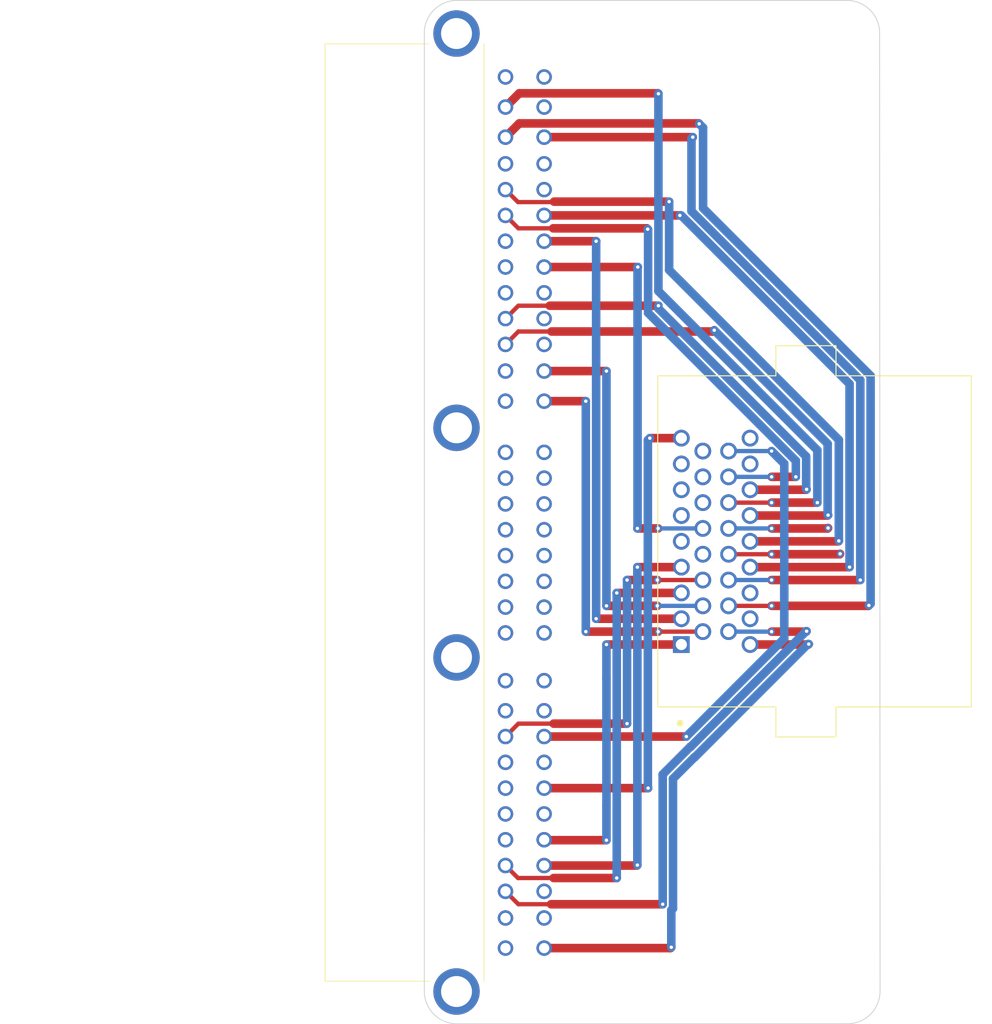
<source format=kicad_pcb>
(kicad_pcb (version 20211014) (generator pcbnew)
  (layers (0 "F.Cu" signal) (31 "B.Cu" signal) (34 "B.Paste" user) (35 "F.Paste" user) (36 "B.SilkS" user "B.Silkscreen") (37 "F.SilkS" user "F.Silkscreen") (38 "B.Mask" user) (39 "F.Mask" user) (44 "Edge.Cuts" user))
  (net 0 "")
  (net 45 "/AC_OUT")
  (net 46 "/O2")
  (net 47 "/IGN1")
  (net 48 "/IGN2")
  (net 49 "/IGN3")
  (net 50 "/IGN4")
  (net 51 "/5VREF")
  (net 52 "/GND")
  (net 53 "/SGND")
  (net 54 "/DPI1")
  (net 55 "/TPS")
  (net 56 "/MAP")
  (net 57 "/CANH")
  (net 58 "/CANL")
  (net 59 "/DPO1")
  (net 60 "/INJ2")
  (net 61 "/INJ3")
  (net 62 "/INJ4")
  (net 63 "/DPO3")
  (net 64 "/FUELP")
  (net 65 "/12V")
  (net 66 "/IAT")
  (net 67 "/CLT")
  (net 68 "/TRIGGER+")
  (net 69 "/HOME+")
  (net 70 "/TRIGGER-")
  (net 71 "/HOME-")
  (net 72 "/TACH")
  (net 73 "/INJ1_3")
  (net 74 "Net-(J2-Pad2Y)")
  (net 75 "Net-(J2-Pad2Z)")
  (net 76 "/FAN")
  (footprint "Connector_TEConnectivity:174518-7" (layer "F.Cu") (at 27.45 72.8 90)
    (fp_text reference "J2" hide)
    (fp_text value "Conn_02x32_Odd_Even" hide)
    (fp_line (start 54.85 -1.9) (end 54.85 -14) (layer "F.SilkS") (width 0.1))
    (fp_line (start -54.15 -1.9) (end -54.15 -14) (layer "F.SilkS") (width 0.1))
    (fp_line (start -54.15 -14) (end 54.85 -14) (layer "F.SilkS") (width 0.1))
    (fp_line (start 54.85 4.5) (end -54.15 4.5) (layer "F.SilkS") (width 0.1))
    (pad "1A" thru_hole circle (at -50.3 7 180) (size 1.8 1.8) (drill 1.2) (layers *.Cu *.Mask))
    (pad "1B" thru_hole circle (at -50.3 11.5 180) (size 1.8 1.8) (drill 1.2) (layers *.Cu *.Mask) (net 65 "/12V"))
    (pad "1C" thru_hole circle (at -46.8 7 180) (size 1.8 1.8) (drill 1.2) (layers *.Cu *.Mask))
    (pad "1D" thru_hole circle (at -46.8 11.5 180) (size 1.8 1.8) (drill 1.2) (layers *.Cu *.Mask))
    (pad "1E" thru_hole circle (at -43.7 7 180) (size 1.8 1.8) (drill 1.2) (layers *.Cu *.Mask) (net 59 "/DPO1"))
    (pad "1F" thru_hole circle (at -43.7 11.5 180) (size 1.8 1.8) (drill 1.2) (layers *.Cu *.Mask))
    (pad "1G" thru_hole circle (at -40.7 7 180) (size 1.8 1.8) (drill 1.2) (layers *.Cu *.Mask) (net 47 "/IGN1"))
    (pad "1H" thru_hole circle (at -40.7 11.5 180) (size 1.8 1.8) (drill 1.2) (layers *.Cu *.Mask) (net 48 "/IGN2"))
    (pad "1I" thru_hole circle (at -37.7 7 180) (size 1.8 1.8) (drill 1.2) (layers *.Cu *.Mask))
    (pad "1J" thru_hole circle (at -37.7 11.5 180) (size 1.8 1.8) (drill 1.2) (layers *.Cu *.Mask) (net 45 "/AC_OUT"))
    (pad "1K" thru_hole circle (at -34.7 7 180) (size 1.8 1.8) (drill 1.2) (layers *.Cu *.Mask))
    (pad "1L" thru_hole circle (at -34.7 11.5 180) (size 1.8 1.8) (drill 1.2) (layers *.Cu *.Mask))
    (pad "1M" thru_hole circle (at -31.7 7 180) (size 1.8 1.8) (drill 1.2) (layers *.Cu *.Mask))
    (pad "1N" thru_hole circle (at -31.7 11.5 180) (size 1.8 1.8) (drill 1.2) (layers *.Cu *.Mask) (net 51 "/5VREF"))
    (pad "1O" thru_hole circle (at -28.7 7 180) (size 1.8 1.8) (drill 1.2) (layers *.Cu *.Mask))
    (pad "1P" thru_hole circle (at -28.7 11.5 180) (size 1.8 1.8) (drill 1.2) (layers *.Cu *.Mask))
    (pad "1Q" thru_hole circle (at -25.7 7 180) (size 1.8 1.8) (drill 1.2) (layers *.Cu *.Mask) (net 54 "/DPI1"))
    (pad "1R" thru_hole circle (at -25.7 11.5 180) (size 1.8 1.8) (drill 1.2) (layers *.Cu *.Mask) (net 76 "/FAN"))
    (pad "1S" thru_hole circle (at -22.7 7 180) (size 1.8 1.8) (drill 1.2) (layers *.Cu *.Mask))
    (pad "1T" thru_hole circle (at -22.7 11.5 180) (size 1.8 1.8) (drill 1.2) (layers *.Cu *.Mask))
    (pad "1U" thru_hole circle (at -19.2 7 180) (size 1.8 1.8) (drill 1.2) (layers *.Cu *.Mask))
    (pad "1V" thru_hole circle (at -19.2 11.5 180) (size 1.8 1.8) (drill 1.2) (layers *.Cu *.Mask))
    (pad "2A" thru_hole circle (at 13.3 7 180) (size 1.8 1.8) (drill 1.2) (layers *.Cu *.Mask) (net 52 "/GND"))
    (pad "2B" thru_hole circle (at 13.3 11.5 180) (size 1.8 1.8) (drill 1.2) (layers *.Cu *.Mask) (net 52 "/GND"))
    (pad "2C" thru_hole circle (at 16.8 7 180) (size 1.8 1.8) (drill 1.2) (layers *.Cu *.Mask) (net 53 "/SGND"))
    (pad "2D" thru_hole circle (at 16.8 11.5 180) (size 1.8 1.8) (drill 1.2) (layers *.Cu *.Mask) (net 53 "/SGND"))
    (pad "2E" thru_hole circle (at 19.9 7 180) (size 1.8 1.8) (drill 1.2) (layers *.Cu *.Mask) (net 68 "/TRIGGER+"))
    (pad "2F" thru_hole circle (at 19.9 11.5 180) (size 1.8 1.8) (drill 1.2) (layers *.Cu *.Mask))
    (pad "2G" thru_hole circle (at 22.9 7 180) (size 1.8 1.8) (drill 1.2) (layers *.Cu *.Mask) (net 69 "/HOME+"))
    (pad "2H" thru_hole circle (at 22.9 11.5 180) (size 1.8 1.8) (drill 1.2) (layers *.Cu *.Mask))
    (pad "2I" thru_hole circle (at 25.9 7 180) (size 1.8 1.8) (drill 1.2) (layers *.Cu *.Mask) (net 72 "/TACH"))
    (pad "2J" thru_hole circle (at 25.9 11.5 180) (size 1.8 1.8) (drill 1.2) (layers *.Cu *.Mask))
    (pad "2K" thru_hole circle (at 28.9 7 180) (size 1.8 1.8) (drill 1.2) (layers *.Cu *.Mask))
    (pad "2L" thru_hole circle (at 28.9 11.5 180) (size 1.8 1.8) (drill 1.2) (layers *.Cu *.Mask) (net 55 "/TPS"))
    (pad "2M" thru_hole circle (at 31.9 7 180) (size 1.8 1.8) (drill 1.2) (layers *.Cu *.Mask))
    (pad "2N" thru_hole circle (at 31.9 11.5 180) (size 1.8 1.8) (drill 1.2) (layers *.Cu *.Mask) (net 46 "/O2"))
    (pad "2O" thru_hole circle (at 34.9 7 180) (size 1.8 1.8) (drill 1.2) (layers *.Cu *.Mask) (net 64 "/FUELP"))
    (pad "2P" thru_hole circle (at 34.9 11.5 180) (size 1.8 1.8) (drill 1.2) (layers *.Cu *.Mask) (net 66 "/IAT"))
    (pad "2Q" thru_hole circle (at 37.9 7 180) (size 1.8 1.8) (drill 1.2) (layers *.Cu *.Mask) (net 67 "/CLT"))
    (pad "2R" thru_hole circle (at 37.9 11.5 180) (size 1.8 1.8) (drill 1.2) (layers *.Cu *.Mask))
    (pad "2S" thru_hole circle (at 40.9 7 180) (size 1.8 1.8) (drill 1.2) (layers *.Cu *.Mask))
    (pad "2T" thru_hole circle (at 40.9 11.5 180) (size 1.8 1.8) (drill 1.2) (layers *.Cu *.Mask))
    (pad "2U" thru_hole circle (at 44 7 180) (size 1.8 1.8) (drill 1.2) (layers *.Cu *.Mask) (net 73 "/INJ1_3"))
    (pad "2V" thru_hole circle (at 44 11.5 180) (size 1.8 1.8) (drill 1.2) (layers *.Cu *.Mask) (net 60 "/INJ2"))
    (pad "2W" thru_hole circle (at 47.5 7 180) (size 1.8 1.8) (drill 1.2) (layers *.Cu *.Mask) (net 63 "/DPO3"))
    (pad "2X" thru_hole circle (at 47.5 11.5 180) (size 1.8 1.8) (drill 1.2) (layers *.Cu *.Mask))
    (pad "2Y" thru_hole circle (at 51 11.5 180) (size 1.8 1.8) (drill 1.2) (layers *.Cu *.Mask) (net 74 "Net-(J2-Pad2Y)"))
    (pad "2Z" thru_hole circle (at 51 7 180) (size 1.8 1.8) (drill 1.2) (layers *.Cu *.Mask) (net 75 "Net-(J2-Pad2Z)"))
    (pad "3A" thru_hole circle (at -13.65 7 180) (size 1.8 1.8) (drill 1.2) (layers *.Cu *.Mask))
    (pad "3B" thru_hole circle (at -13.65 11.5 180) (size 1.8 1.8) (drill 1.2) (layers *.Cu *.Mask))
    (pad "3C" thru_hole circle (at -10.65 7 180) (size 1.8 1.8) (drill 1.2) (layers *.Cu *.Mask))
    (pad "3D" thru_hole circle (at -10.65 11.5 180) (size 1.8 1.8) (drill 1.2) (layers *.Cu *.Mask))
    (pad "3E" thru_hole circle (at -7.65 7 180) (size 1.8 1.8) (drill 1.2) (layers *.Cu *.Mask))
    (pad "3F" thru_hole circle (at -7.65 11.5 180) (size 1.8 1.8) (drill 1.2) (layers *.Cu *.Mask))
    (pad "3G" thru_hole circle (at -4.65 7 180) (size 1.8 1.8) (drill 1.2) (layers *.Cu *.Mask))
    (pad "3H" thru_hole circle (at -4.65 11.5 180) (size 1.8 1.8) (drill 1.2) (layers *.Cu *.Mask))
    (pad "3I" thru_hole circle (at -1.65 7 180) (size 1.8 1.8) (drill 1.2) (layers *.Cu *.Mask))
    (pad "3J" thru_hole circle (at -1.65 11.5 180) (size 1.8 1.8) (drill 1.2) (layers *.Cu *.Mask))
    (pad "3K" thru_hole circle (at 1.35 7 180) (size 1.8 1.8) (drill 1.2) (layers *.Cu *.Mask))
    (pad "3L" thru_hole circle (at 1.35 11.5 180) (size 1.8 1.8) (drill 1.2) (layers *.Cu *.Mask))
    (pad "3M" thru_hole circle (at 4.35 7 180) (size 1.8 1.8) (drill 1.2) (layers *.Cu *.Mask))
    (pad "3N" thru_hole circle (at 4.35 11.5 180) (size 1.8 1.8) (drill 1.2) (layers *.Cu *.Mask))
    (pad "3O" thru_hole circle (at 7.35 7 180) (size 1.8 1.8) (drill 1.2) (layers *.Cu *.Mask))
    (pad "3P" thru_hole circle (at 7.35 11.5 180) (size 1.8 1.8) (drill 1.2) (layers *.Cu *.Mask))
    (pad "MH1" thru_hole circle (at -55.35 1.3 180) (size 5.4 5.4) (drill 3.6) (layers *.Cu *.Mask))
    (pad "MH2" thru_hole circle (at -16.5 1.3 180) (size 5.4 5.4) (drill 3.6) (layers *.Cu *.Mask))
    (pad "MH3" thru_hole circle (at 10.2 1.3 180) (size 5.4 5.4) (drill 3.6) (layers *.Cu *.Mask))
    (pad "MH4" thru_hole circle (at 56.05 1.3 180) (size 5.4 5.4) (drill 3.6) (layers *.Cu *.Mask))
  )
  (footprint "Connector_TEConnectivity:6437288-1" (layer "F.Cu") (at 58.921469 75.8 90)
    (fp_text reference "J1" hide)
    (fp_text value "6437288-1")
    (fp_line (start 19.25 -6.75) (end -19.25 -6.75) (layer "F.SilkS") (width 0.127))
    (fp_line (start -19.2526 -6.74756) (end -19.2526 7) (layer "F.SilkS") (width 0.127))
    (fp_line (start -22.75 7) (end -22.75 14) (layer "F.SilkS") (width 0.127))
    (fp_line (start 22.75 7) (end 19.25 7) (layer "F.SilkS") (width 0.127))
    (fp_line (start -19.25 29.75) (end 19.25 29.75) (layer "F.SilkS") (width 0.127))
    (fp_line (start 19.25 14) (end 22.75 14) (layer "F.SilkS") (width 0.127))
    (fp_line (start 19.25 7) (end 19.25 -6.75) (layer "F.SilkS") (width 0.127))
    (fp_line (start -19.2526 7) (end -22.75 7) (layer "F.SilkS") (width 0.127))
    (fp_line (start 19.25 29.75) (end 19.25 14) (layer "F.SilkS") (width 0.127))
    (fp_line (start 22.75 14) (end 22.75 7) (layer "F.SilkS") (width 0.127))
    (fp_line (start -19.25 14) (end -19.25 29.75) (layer "F.SilkS") (width 0.127))
    (fp_line (start -22.75 14) (end -19.25 14) (layer "F.SilkS") (width 0.127))
    (fp_circle (center -21.1545 -4.148) (end -20.9545 -4.148) (layer "F.SilkS") (width 0.4) (fill none))
    (pad "" np_thru_hole circle (at -19.25 10.5 90) (size 3.3 3.3) (drill 3.3) (layers *.Cu *.Mask))
    (pad "" np_thru_hole circle (at 19.25 10.5 90) (size 3.3 3.3) (drill 3.3) (layers *.Cu *.Mask))
    (pad "1" thru_hole rect (at -12 -4 90) (size 1.95 1.95) (drill 1.3) (layers *.Cu *.Mask) (net 45 "/AC_OUT"))
    (pad "2" thru_hole circle (at -9 -4 90) (size 1.95 1.95) (drill 1.3) (layers *.Cu *.Mask) (net 46 "/O2"))
    (pad "3" thru_hole circle (at -6 -4 90) (size 1.95 1.95) (drill 1.3) (layers *.Cu *.Mask) (net 47 "/IGN1"))
    (pad "4" thru_hole circle (at -3 -4 90) (size 1.95 1.95) (drill 1.3) (layers *.Cu *.Mask) (net 48 "/IGN2"))
    (pad "5" thru_hole circle (at 0 -4 90) (size 1.95 1.95) (drill 1.3) (layers *.Cu *.Mask) (net 49 "/IGN3"))
    (pad "6" thru_hole circle (at 3 -4 90) (size 1.95 1.95) (drill 1.3) (layers *.Cu *.Mask) (net 50 "/IGN4"))
    (pad "7" thru_hole circle (at 6 -4 90) (size 1.95 1.95) (drill 1.3) (layers *.Cu *.Mask))
    (pad "8" thru_hole circle (at 9 -4 90) (size 1.95 1.95) (drill 1.3) (layers *.Cu *.Mask))
    (pad "9" thru_hole circle (at 12 -4 90) (size 1.95 1.95) (drill 1.3) (layers *.Cu *.Mask) (net 51 "/5VREF"))
    (pad "10" thru_hole circle (at -10.5 -1.5 90) (size 1.95 1.95) (drill 1.3) (layers *.Cu *.Mask) (net 52 "/GND"))
    (pad "11" thru_hole circle (at -7.5 -1.5 90) (size 1.95 1.95) (drill 1.3) (layers *.Cu *.Mask) (net 53 "/SGND"))
    (pad "12" thru_hole circle (at -4.5 -1.5 90) (size 1.95 1.95) (drill 1.3) (layers *.Cu *.Mask) (net 54 "/DPI1"))
    (pad "13" thru_hole circle (at -1.5 -1.5 90) (size 1.95 1.95) (drill 1.3) (layers *.Cu *.Mask))
    (pad "14" thru_hole circle (at 1.5 -1.5 90) (size 1.95 1.95) (drill 1.3) (layers *.Cu *.Mask) (net 55 "/TPS"))
    (pad "15" thru_hole circle (at 4.5 -1.5 90) (size 1.95 1.95) (drill 1.3) (layers *.Cu *.Mask) (net 56 "/MAP"))
    (pad "16" thru_hole circle (at 7.5 -1.5 90) (size 1.95 1.95) (drill 1.3) (layers *.Cu *.Mask) (net 57 "/CANH"))
    (pad "17" thru_hole circle (at 10.5 -1.5 90) (size 1.95 1.95) (drill 1.3) (layers *.Cu *.Mask) (net 58 "/CANL"))
    (pad "18" thru_hole circle (at -10.5 1.5 90) (size 1.95 1.95) (drill 1.3) (layers *.Cu *.Mask) (net 59 "/DPO1"))
    (pad "19" thru_hole circle (at -7.5 1.5 90) (size 1.95 1.95) (drill 1.3) (layers *.Cu *.Mask) (net 73 "/INJ1_3"))
    (pad "20" thru_hole circle (at -4.5 1.5 90) (size 1.95 1.95) (drill 1.3) (layers *.Cu *.Mask) (net 60 "/INJ2"))
    (pad "21" thru_hole circle (at -1.5 1.5 90) (size 1.95 1.95) (drill 1.3) (layers *.Cu *.Mask) (net 61 "/INJ3"))
    (pad "22" thru_hole circle (at 1.5 1.5 90) (size 1.95 1.95) (drill 1.3) (layers *.Cu *.Mask) (net 62 "/INJ4"))
    (pad "23" thru_hole circle (at 4.5 1.5 90) (size 1.95 1.95) (drill 1.3) (layers *.Cu *.Mask) (net 63 "/DPO3"))
    (pad "24" thru_hole circle (at 7.5 1.5 90) (size 1.95 1.95) (drill 1.3) (layers *.Cu *.Mask) (net 64 "/FUELP"))
    (pad "25" thru_hole circle (at 10.5 1.5 90) (size 1.95 1.95) (drill 1.3) (layers *.Cu *.Mask) (net 76 "/FAN"))
    (pad "26" thru_hole circle (at -12 4 90) (size 1.95 1.95) (drill 1.3) (layers *.Cu *.Mask) (net 65 "/12V"))
    (pad "27" thru_hole circle (at -9 4 90) (size 1.95 1.95) (drill 1.3) (layers *.Cu *.Mask))
    (pad "28" thru_hole circle (at -6 4 90) (size 1.95 1.95) (drill 1.3) (layers *.Cu *.Mask))
    (pad "29" thru_hole circle (at -3 4 90) (size 1.95 1.95) (drill 1.3) (layers *.Cu *.Mask) (net 66 "/IAT"))
    (pad "30" thru_hole circle (at 0 4 90) (size 1.95 1.95) (drill 1.3) (layers *.Cu *.Mask) (net 67 "/CLT"))
    (pad "31" thru_hole circle (at 3 4 90) (size 1.95 1.95) (drill 1.3) (layers *.Cu *.Mask) (net 68 "/TRIGGER+"))
    (pad "32" thru_hole circle (at 6 4 90) (size 1.95 1.95) (drill 1.3) (layers *.Cu *.Mask) (net 69 "/HOME+"))
    (pad "33" thru_hole circle (at 9 4 90) (size 1.95 1.95) (drill 1.3) (layers *.Cu *.Mask) (net 70 "/TRIGGER-"))
    (pad "34" thru_hole circle (at 12 4 90) (size 1.95 1.95) (drill 1.3) (layers *.Cu *.Mask) (net 71 "/HOME-"))
  )
  (gr_line (start 28.8 12.9) (end 74.2 12.9) (layer "Edge.Cuts") (width 0.1))
  (gr_line (start 25 16.7) (end 24.998685 128.1) (layer "Edge.Cuts") (width 0.1))
  (gr_arc (start 28.9 131.899999) (mid 26.147656 130.823061) (end 24.998685 128.1) (layer "Edge.Cuts") (width 0.1))
  (gr_arc (start 25 16.7) (mid 26.112994 14.012994) (end 28.8 12.9) (layer "Edge.Cuts") (width 0.1))
  (gr_line (start 78 16.7) (end 78.05 128.100001) (layer "Edge.Cuts") (width 0.1))
  (gr_arc (start 74.2 12.9) (mid 76.887006 14.012994) (end 78 16.7) (layer "Edge.Cuts") (width 0.1))
  (gr_line (start 28.9 131.899999) (end 74.25 131.9) (layer "Edge.Cuts") (width 0.1))
  (gr_arc (start 78.05 128.100001) (mid 76.937006 130.787006) (end 74.25 131.9) (layer "Edge.Cuts") (width 0.1))
  (segment (start 54.921469 87.8) (end 46.2 87.8) (width 1) (layer "F.Cu") (net 45))
  (segment (start 38.95 110.5) (end 39 110.55) (width 1) (layer "F.Cu") (net 45))
  (segment (start 39 110.55) (end 46.2 110.55) (width 1) (layer "F.Cu") (net 45))
  (via (at 46.2 110.55) (size 0.8) (drill 0.4) (layers "F.Cu" "B.Cu") (net 45))
  (via (at 46.2 87.8) (size 0.8) (drill 0.4) (layers "F.Cu" "B.Cu") (net 45))
  (segment (start 46.2 106.5) (end 46.20096 106.49904) (width 1) (layer "B.Cu") (net 45))
  (segment (start 46.2 91.778531) (end 46.2 87.8) (width 1) (layer "B.Cu") (net 45))
  (segment (start 46.20096 91.779491) (end 46.2 91.778531) (width 1) (layer "B.Cu") (net 45))
  (segment (start 46.2 110.55) (end 46.2 106.5) (width 1) (layer "B.Cu") (net 45))
  (segment (start 46.20096 106.49904) (end 46.20096 91.779491) (width 1) (layer "B.Cu") (net 45))
  (segment (start 45 84.8) (end 54.921469 84.8) (width 1) (layer "F.Cu") (net 46))
  (segment (start 38.95 40.9) (end 45 40.9) (width 1) (layer "F.Cu") (net 46))
  (via (at 45 84.8) (size 0.8) (drill 0.4) (layers "F.Cu" "B.Cu") (net 46))
  (via (at 45 40.9) (size 0.8) (drill 0.4) (layers "F.Cu" "B.Cu") (net 46))
  (segment (start 45 40.9) (end 45.00048 40.90048) (width 1) (layer "B.Cu") (net 46))
  (segment (start 45.00048 40.90048) (end 45.00048 84.79952) (width 1) (layer "B.Cu") (net 46))
  (segment (start 45.00048 84.79952) (end 45 84.8) (width 1) (layer "B.Cu") (net 46))
  (segment (start 47.4 114.95) (end 40.05 114.95) (width 1) (layer "F.Cu") (net 47))
  (segment (start 35.9 114.95) (end 40.05 114.95) (width 0.5) (layer "F.Cu") (net 47))
  (segment (start 54.921469 81.8) (end 47.4 81.8) (width 1) (layer "F.Cu") (net 47))
  (segment (start 34.45 113.5) (end 35.9 114.95) (width 0.5) (layer "F.Cu") (net 47))
  (via (at 47.4 81.8) (size 0.8) (drill 0.4) (layers "F.Cu" "B.Cu") (net 47))
  (via (at 47.4 114.95) (size 0.8) (drill 0.4) (layers "F.Cu" "B.Cu") (net 47))
  (segment (start 47.40048 81.80048) (end 47.4 81.8) (width 1) (layer "B.Cu") (net 47))
  (segment (start 47.4 114.95) (end 47.40048 114.94952) (width 1) (layer "B.Cu") (net 47))
  (segment (start 47.40048 114.94952) (end 47.40048 81.80048) (width 1) (layer "B.Cu") (net 47))
  (segment (start 49.75 113.5) (end 49.8 113.45) (width 1) (layer "F.Cu") (net 48))
  (segment (start 54.921469 78.8) (end 49.8 78.8) (width 1) (layer "F.Cu") (net 48))
  (segment (start 38.95 113.5) (end 49.75 113.5) (width 1) (layer "F.Cu") (net 48))
  (via (at 49.8 113.45) (size 0.8) (drill 0.4) (layers "F.Cu" "B.Cu") (net 48))
  (via (at 49.8 78.8) (size 0.8) (drill 0.4) (layers "F.Cu" "B.Cu") (net 48))
  (segment (start 49.8 113.45) (end 49.8 78.8) (width 1) (layer "B.Cu") (net 48))
  (segment (start 51.05 104.5) (end 38.95 104.5) (width 1) (layer "F.Cu") (net 51))
  (segment (start 51.25 63.8) (end 54.921469 63.8) (width 1) (layer "F.Cu") (net 51))
  (via (at 51.05 104.5) (size 0.8) (drill 0.4) (layers "F.Cu" "B.Cu") (net 51))
  (via (at 51.25 63.8) (size 0.8) (drill 0.4) (layers "F.Cu" "B.Cu") (net 51))
  (segment (start 51.021958 104.471958) (end 51.05 104.5) (width 1) (layer "B.Cu") (net 51))
  (segment (start 51.25 63.8) (end 51.021958 64.028042) (width 1) (layer "B.Cu") (net 51))
  (segment (start 51.021958 64.028042) (end 51.021958 104.471958) (width 1) (layer "B.Cu") (net 51))
  (segment (start 43.8 59.5) (end 38.95 59.5) (width 1) (layer "F.Cu") (net 52))
  (segment (start 52.221469 86.3) (end 43.8 86.3) (width 1) (layer "F.Cu") (net 52))
  (segment (start 57.421469 86.3) (end 52.221469 86.3) (width 0.5) (layer "F.Cu") (net 52))
  (via (at 43.8 59.5) (size 0.8) (drill 0.4) (layers "F.Cu" "B.Cu") (net 52))
  (via (at 52.221469 86.3) (size 0.8) (drill 0.4) (layers "F.Cu" "B.Cu") (net 52))
  (via (at 43.8 86.3) (size 0.8) (drill 0.4) (layers "F.Cu" "B.Cu") (net 52))
  (segment (start 43.8 59.5) (end 43.8 86.3) (width 1) (layer "B.Cu") (net 52))
  (segment (start 52.121469 83.3) (end 46.2 83.3) (width 1) (layer "F.Cu") (net 53))
  (segment (start 46.2 56) (end 38.95 56) (width 1) (layer "F.Cu") (net 53))
  (via (at 46.2 56) (size 0.8) (drill 0.4) (layers "F.Cu" "B.Cu") (net 53))
  (via (at 52.121469 83.3) (size 0.8) (drill 0.4) (layers "F.Cu" "B.Cu") (net 53))
  (via (at 46.2 83.3) (size 0.8) (drill 0.4) (layers "F.Cu" "B.Cu") (net 53))
  (segment (start 52.121469 83.3) (end 57.421469 83.3) (width 0.5) (layer "B.Cu") (net 53))
  (segment (start 46.2 56) (end 46.2 83.3) (width 1) (layer "B.Cu") (net 53))
  (segment (start 52.121469 80.3) (end 57.421469 80.3) (width 0.5) (layer "F.Cu") (net 54))
  (segment (start 48.6 97) (end 40.05 97) (width 1) (layer "F.Cu") (net 54))
  (segment (start 34.45 98.5) (end 35.95 97) (width 0.5) (layer "F.Cu") (net 54))
  (segment (start 52.121469 80.3) (end 48.6 80.3) (width 1) (layer "F.Cu") (net 54))
  (segment (start 35.95 97) (end 40.05 97) (width 0.5) (layer "F.Cu") (net 54))
  (via (at 52.121469 80.3) (size 0.8) (drill 0.4) (layers "F.Cu" "B.Cu") (net 54))
  (via (at 48.6 80.3) (size 0.8) (drill 0.4) (layers "F.Cu" "B.Cu") (net 54))
  (via (at 48.6 97) (size 0.8) (drill 0.4) (layers "F.Cu" "B.Cu") (net 54))
  (segment (start 48.6 97) (end 48.6 80.3) (width 1) (layer "B.Cu") (net 54))
  (segment (start 38.95 43.9) (end 49.85 43.9) (width 1) (layer "F.Cu") (net 55))
  (segment (start 49.8 74.3) (end 52.221469 74.3) (width 1) (layer "F.Cu") (net 55))
  (via (at 49.85 43.9) (size 0.8) (drill 0.4) (layers "F.Cu" "B.Cu") (net 55))
  (via (at 49.8 74.3) (size 0.8) (drill 0.4) (layers "F.Cu" "B.Cu") (net 55))
  (via (at 52.221469 74.3) (size 0.8) (drill 0.4) (layers "F.Cu" "B.Cu") (net 55))
  (segment (start 49.822438 74.277562) (end 49.8 74.3) (width 1) (layer "B.Cu") (net 55))
  (segment (start 52.221469 74.3) (end 57.421469 74.3) (width 0.5) (layer "B.Cu") (net 55))
  (segment (start 49.822438 43.927562) (end 49.822438 74.277562) (width 1) (layer "B.Cu") (net 55))
  (segment (start 49.85 43.9) (end 49.822438 43.927562) (width 1) (layer "B.Cu") (net 55))
  (segment (start 69.45 86.3) (end 65.421469 86.3) (width 1) (layer "F.Cu") (net 59))
  (segment (start 52.75 118) (end 39.75 118) (width 1) (layer "F.Cu") (net 59))
  (segment (start 35.95 118) (end 39.75 118) (width 0.5) (layer "F.Cu") (net 59))
  (segment (start 69.5 86.25) (end 69.45 86.3) (width 1) (layer "F.Cu") (net 59))
  (segment (start 34.45 116.5) (end 35.95 118) (width 0.5) (layer "F.Cu") (net 59))
  (via (at 69.5 86.25) (size 0.8) (drill 0.4) (layers "F.Cu" "B.Cu") (net 59))
  (via (at 65.421469 86.3) (size 0.8) (drill 0.4) (layers "F.Cu" "B.Cu") (net 59))
  (via (at 52.75 118) (size 0.8) (drill 0.4) (layers "F.Cu" "B.Cu") (net 59))
  (segment (start 69.5 86.25) (end 69.446378 86.25) (width 1) (layer "B.Cu") (net 59))
  (segment (start 55.954103 99.69952) (end 52.75 102.903623) (width 1) (layer "B.Cu") (net 59))
  (segment (start 65.421469 86.3) (end 60.421469 86.3) (width 0.5) (layer "B.Cu") (net 59))
  (segment (start 52.75 102.903623) (end 52.75 118) (width 1) (layer "B.Cu") (net 59))
  (segment (start 69.446378 86.25) (end 55.996858 99.69952) (width 1) (layer "B.Cu") (net 59))
  (segment (start 55.996858 99.69952) (end 55.954103 99.69952) (width 1) (layer "B.Cu") (net 59))
  (segment (start 56.25 28.8) (end 38.95 28.8) (width 1) (layer "F.Cu") (net 60))
  (segment (start 65.421469 80.3) (end 75.75 80.3) (width 1) (layer "F.Cu") (net 60))
  (via (at 65.421469 80.3) (size 0.8) (drill 0.4) (layers "F.Cu" "B.Cu") (net 60))
  (via (at 75.75 80.3) (size 0.8) (drill 0.4) (layers "F.Cu" "B.Cu") (net 60))
  (via (at 56.25 28.8) (size 0.8) (drill 0.4) (layers "F.Cu" "B.Cu") (net 60))
  (segment (start 56.09952 37.403143) (end 75.75 57.053623) (width 1) (layer "B.Cu") (net 60))
  (segment (start 56.09952 28.95048) (end 56.09952 37.403143) (width 1) (layer "B.Cu") (net 60))
  (segment (start 56.25 28.8) (end 56.09952 28.95048) (width 1) (layer "B.Cu") (net 60))
  (segment (start 75.75 57.053623) (end 75.75 80.3) (width 1) (layer "B.Cu") (net 60))
  (segment (start 65.421469 80.3) (end 60.421469 80.3) (width 0.5) (layer "B.Cu") (net 60))
  (segment (start 73.4005 77.25) (end 73.3505 77.3) (width 1) (layer "F.Cu") (net 61))
  (segment (start 65.421469 77.3) (end 60.421469 77.3) (width 0.5) (layer "F.Cu") (net 61))
  (segment (start 73.3505 77.3) (end 65.421469 77.3) (width 1) (layer "F.Cu") (net 61))
  (via (at 73.4005 77.25) (size 0.8) (drill 0.4) (layers "F.Cu" "B.Cu") (net 61))
  (via (at 65.421469 77.3) (size 0.8) (drill 0.4) (layers "F.Cu" "B.Cu") (net 61))
  (segment (start 72 74.25) (end 71.95 74.3) (width 1) (layer "F.Cu") (net 62))
  (segment (start 71.95 74.3) (end 65.421469 74.3) (width 1) (layer "F.Cu") (net 62))
  (via (at 72 74.25) (size 0.8) (drill 0.4) (layers "F.Cu" "B.Cu") (net 62))
  (via (at 65.421469 74.3) (size 0.8) (drill 0.4) (layers "F.Cu" "B.Cu") (net 62))
  (segment (start 65.421469 74.3) (end 60.421469 74.3) (width 0.5) (layer "B.Cu") (net 62))
  (segment (start 70.75 71.3) (end 65.421469 71.3) (width 1) (layer "F.Cu") (net 63))
  (segment (start 52.200489 23.700489) (end 36.049511 23.700489) (width 1) (layer "F.Cu") (net 63))
  (segment (start 36.049511 23.700489) (end 34.45 25.3) (width 1) (layer "F.Cu") (net 63))
  (segment (start 52.25 23.75) (end 52.200489 23.700489) (width 1) (layer "F.Cu") (net 63))
  (segment (start 65.421469 71.3) (end 60.421469 71.3) (width 0.5) (layer "F.Cu") (net 63))
  (via (at 52.25 23.75) (size 0.8) (drill 0.4) (layers "F.Cu" "B.Cu") (net 63))
  (via (at 65.421469 71.3) (size 0.8) (drill 0.4) (layers "F.Cu" "B.Cu") (net 63))
  (via (at 70.75 71.3) (size 0.8) (drill 0.4) (layers "F.Cu" "B.Cu") (net 63))
  (segment (start 52.24904 23.75096) (end 52.24904 46.702664) (width 1) (layer "B.Cu") (net 63))
  (segment (start 52.24904 46.702664) (end 70.75 65.203623) (width 1) (layer "B.Cu") (net 63))
  (segment (start 52.25 23.75) (end 52.24904 23.75096) (width 1) (layer "B.Cu") (net 63))
  (segment (start 70.75 65.203623) (end 70.75 71.3) (width 1) (layer "B.Cu") (net 63))
  (segment (start 35.95 39.4) (end 34.45 37.9) (width 0.5) (layer "F.Cu") (net 64))
  (segment (start 50.9 39.4) (end 40 39.4) (width 1) (layer "F.Cu") (net 64))
  (segment (start 39.85 39.4) (end 35.95 39.4) (width 0.5) (layer "F.Cu") (net 64))
  (segment (start 51 39.5) (end 50.9 39.4) (width 1) (layer "F.Cu") (net 64))
  (segment (start 68.25 68.3) (end 65.421469 68.3) (width 1) (layer "F.Cu") (net 64))
  (segment (start 40 39.25) (end 39.85 39.4) (width 0.5) (layer "F.Cu") (net 64))
  (via (at 65.421469 68.3) (size 0.8) (drill 0.4) (layers "F.Cu" "B.Cu") (net 64))
  (via (at 51 39.5) (size 0.8) (drill 0.4) (layers "F.Cu" "B.Cu") (net 64))
  (via (at 68.25 68.3) (size 0.8) (drill 0.4) (layers "F.Cu" "B.Cu") (net 64))
  (segment (start 65.421469 68.3) (end 60.421469 68.3) (width 0.5) (layer "B.Cu") (net 64))
  (segment (start 51 39.5) (end 51.04952 39.54952) (width 1) (layer "B.Cu") (net 64))
  (segment (start 51.04952 39.54952) (end 51.04952 49.231673) (width 1) (layer "B.Cu") (net 64))
  (segment (start 51.04952 49.231673) (end 68.25 66.432153) (width 1) (layer "B.Cu") (net 64))
  (segment (start 68.25 66.432153) (end 68.25 68.3) (width 1) (layer "B.Cu") (net 64))
  (segment (start 69.7 87.8) (end 62.921469 87.8) (width 1) (layer "F.Cu") (net 65))
  (segment (start 69.75 87.75) (end 69.7 87.8) (width 1) (layer "F.Cu") (net 65))
  (segment (start 53.65 123.1) (end 38.95 123.1) (width 1) (layer "F.Cu") (net 65))
  (segment (start 53.75 123) (end 53.65 123.1) (width 1) (layer "F.Cu") (net 65))
  (via (at 69.75 87.75) (size 0.8) (drill 0.4) (layers "F.Cu" "B.Cu") (net 65))
  (via (at 53.75 123) (size 0.8) (drill 0.4) (layers "F.Cu" "B.Cu") (net 65))
  (segment (start 69.75 87.75) (end 69.642756 87.75) (width 1) (layer "B.Cu") (net 65))
  (segment (start 56.450961 100.89904) (end 53.94952 103.400481) (width 1) (layer "B.Cu") (net 65))
  (segment (start 69.642756 87.75) (end 56.493716 100.89904) (width 1) (layer "B.Cu") (net 65))
  (segment (start 53.94952 118.496857) (end 53.75 118.696377) (width 1) (layer "B.Cu") (net 65))
  (segment (start 53.75 118.696377) (end 53.75 123) (width 1) (layer "B.Cu") (net 65))
  (segment (start 56.493716 100.89904) (end 56.450961 100.89904) (width 1) (layer "B.Cu") (net 65))
  (segment (start 53.94952 103.400481) (end 53.94952 118.496857) (width 1) (layer "B.Cu") (net 65))
  (segment (start 62.921469 78.8) (end 74.5 78.8) (width 1) (layer "F.Cu") (net 66))
  (segment (start 54.75 37.9) (end 38.95 37.9) (width 1) (layer "F.Cu") (net 66))
  (via (at 54.75 37.9) (size 0.8) (drill 0.4) (layers "F.Cu" "B.Cu") (net 66))
  (via (at 74.5 78.8) (size 0.8) (drill 0.4) (layers "F.Cu" "B.Cu") (net 66))
  (segment (start 54.9 37.9) (end 74.5 57.5) (width 1) (layer "B.Cu") (net 66))
  (segment (start 74.5 57.5) (end 74.5 78.8) (width 1) (layer "B.Cu") (net 66))
  (segment (start 54.75 37.9) (end 54.9 37.9) (width 1) (layer "B.Cu") (net 66))
  (segment (start 73.25 75.75) (end 73.2 75.8) (width 1) (layer "F.Cu") (net 67))
  (segment (start 53.5 36.3) (end 40.1 36.3) (width 1) (layer "F.Cu") (net 67))
  (segment (start 73.2 75.8) (end 62.921469 75.8) (width 1) (layer "F.Cu") (net 67))
  (segment (start 35.9 36.35) (end 34.45 34.9) (width 0.5) (layer "F.Cu") (net 67))
  (segment (start 40.1 36.3) (end 40.05 36.35) (width 0.5) (layer "F.Cu") (net 67))
  (segment (start 40.05 36.35) (end 35.9 36.35) (width 0.5) (layer "F.Cu") (net 67))
  (via (at 53.5 36.3) (size 0.8) (drill 0.4) (layers "F.Cu" "B.Cu") (net 67))
  (via (at 73.25 75.75) (size 0.8) (drill 0.4) (layers "F.Cu" "B.Cu") (net 67))
  (segment (start 53.5 44.25) (end 53.5 36.3) (width 1) (layer "B.Cu") (net 67))
  (segment (start 73.25 75.75) (end 73.25 64) (width 1) (layer "B.Cu") (net 67))
  (segment (start 73.25 64) (end 53.5 44.25) (width 1) (layer "B.Cu") (net 67))
  (segment (start 71.95 72.8) (end 62.921469 72.8) (width 1) (layer "F.Cu") (net 68))
  (segment (start 34.45 52.9) (end 35.95 51.4) (width 0.5) (layer "F.Cu") (net 68))
  (segment (start 58.6 51.4) (end 39.8 51.4) (width 1) (layer "F.Cu") (net 68))
  (segment (start 72 72.75) (end 71.95 72.8) (width 1) (layer "F.Cu") (net 68))
  (segment (start 35.95 51.4) (end 39.8 51.4) (width 0.5) (layer "F.Cu") (net 68))
  (segment (start 58.75 51.25) (end 58.6 51.4) (width 1) (layer "F.Cu") (net 68))
  (via (at 72 72.75) (size 0.8) (drill 0.4) (layers "F.Cu" "B.Cu") (net 68))
  (via (at 58.75 51.25) (size 0.8) (drill 0.4) (layers "F.Cu" "B.Cu") (net 68))
  (segment (start 58.75 51.25) (end 71.94952 64.44952) (width 1) (layer "B.Cu") (net 68))
  (segment (start 71.94952 72.69952) (end 72 72.75) (width 1) (layer "B.Cu") (net 68))
  (segment (start 71.94952 64.44952) (end 71.94952 72.69952) (width 1) (layer "B.Cu") (net 68))
  (segment (start 52.25 48.4) (end 39.6 48.4) (width 1) (layer "F.Cu") (net 69))
  (segment (start 69.45 69.8) (end 62.921469 69.8) (width 1) (layer "F.Cu") (net 69))
  (segment (start 35.95 48.4) (end 34.45 49.9) (width 0.5) (layer "F.Cu") (net 69))
  (segment (start 39.6 48.4) (end 35.95 48.4) (width 0.5) (layer "F.Cu") (net 69))
  (segment (start 69.5 69.75) (end 69.45 69.8) (width 1) (layer "F.Cu") (net 69))
  (via (at 69.5 69.75) (size 0.8) (drill 0.4) (layers "F.Cu" "B.Cu") (net 69))
  (via (at 52.25 48.4) (size 0.8) (drill 0.4) (layers "F.Cu" "B.Cu") (net 69))
  (segment (start 69.44952 65.935295) (end 52.25 48.735775) (width 1) (layer "B.Cu") (net 69))
  (segment (start 52.25 48.735775) (end 52.25 48.4) (width 1) (layer "B.Cu") (net 69))
  (segment (start 69.44952 69.69952) (end 69.44952 65.935295) (width 1) (layer "B.Cu") (net 69))
  (segment (start 69.5 69.75) (end 69.44952 69.69952) (width 1) (layer "B.Cu") (net 69))
  (segment (start 57 27.25) (end 56.950489 27.200489) (width 1) (layer "F.Cu") (net 73))
  (segment (start 76.75 83.25) (end 76.7 83.3) (width 1) (layer "F.Cu") (net 73))
  (segment (start 65.421469 83.3) (end 60.421469 83.3) (width 0.5) (layer "F.Cu") (net 73))
  (segment (start 76.7 83.3) (end 65.421469 83.3) (width 1) (layer "F.Cu") (net 73))
  (segment (start 56.950489 27.200489) (end 36.049511 27.200489) (width 1) (layer "F.Cu") (net 73))
  (segment (start 36.049511 27.200489) (end 34.45 28.8) (width 1) (layer "F.Cu") (net 73))
  (via (at 76.75 83.25) (size 0.8) (drill 0.4) (layers "F.Cu" "B.Cu") (net 73))
  (via (at 57 27.25) (size 0.8) (drill 0.4) (layers "F.Cu" "B.Cu") (net 73))
  (via (at 65.421469 83.3) (size 0.8) (drill 0.4) (layers "F.Cu" "B.Cu") (net 73))
  (segment (start 76.94952 56.556766) (end 57.44952 37.056765) (width 1) (layer "B.Cu") (net 73))
  (segment (start 57.44952 27.69952) (end 57 27.25) (width 1) (layer "B.Cu") (net 73))
  (segment (start 57.44952 37.056765) (end 57.44952 27.69952) (width 1) (layer "B.Cu") (net 73))
  (segment (start 76.75 83.25) (end 76.94952 83.05048) (width 1) (layer "B.Cu") (net 73))
  (segment (start 76.94952 83.05048) (end 76.94952 56.556766) (width 1) (layer "B.Cu") (net 73))
  (segment (start 55.5 98.5) (end 38.95 98.5) (width 1) (layer "F.Cu") (net 76))
  (via (at 55.5 98.5) (size 0.8) (drill 0.4) (layers "F.Cu" "B.Cu") (net 76))
  (via (at 65.421469 65.3) (size 0.8) (drill 0.4) (layers "F.Cu" "B.Cu") (net 76))
  (segment (start 55.5 98.5) (end 66.9 87.1) (width 1) (layer "B.Cu") (net 76))
  (segment (start 65.421469 65.3) (end 60.421469 65.3) (width 0.5) (layer "B.Cu") (net 76))
  (segment (start 66.9 66.778531) (end 65.421469 65.3) (width 1) (layer "B.Cu") (net 76))
  (segment (start 66.9 87.1) (end 66.9 66.778531) (width 1) (layer "B.Cu") (net 76))
)
</source>
